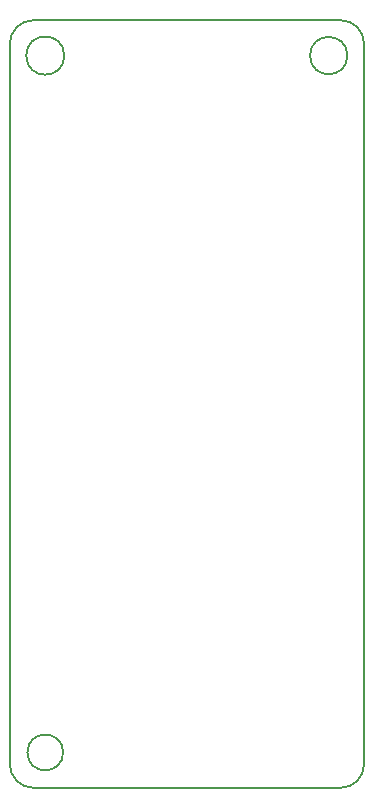
<source format=gbr>
G04 #@! TF.GenerationSoftware,KiCad,Pcbnew,5.0.2+dfsg1-1*
G04 #@! TF.CreationDate,2019-03-28T13:57:09+00:00*
G04 #@! TF.ProjectId,PiZeroInteract,50695a65-726f-4496-9e74-65726163742e,rev?*
G04 #@! TF.SameCoordinates,Original*
G04 #@! TF.FileFunction,Profile,NP*
%FSLAX46Y46*%
G04 Gerber Fmt 4.6, Leading zero omitted, Abs format (unit mm)*
G04 Created by KiCad (PCBNEW 5.0.2+dfsg1-1) date Thu 28 Mar 2019 13:57:09 GMT*
%MOMM*%
%LPD*%
G01*
G04 APERTURE LIST*
%ADD10C,0.150000*%
%ADD11C,0.200000*%
G04 APERTURE END LIST*
D10*
X145000000Y-57000000D02*
X145000000Y-117950000D01*
X117000000Y-55000000D02*
X143050000Y-55000000D01*
X115000000Y-118000000D02*
X115000000Y-57000000D01*
X143000000Y-120000000D02*
X117050000Y-120000000D01*
D11*
X143581139Y-58000000D02*
G75*
G03X143581139Y-58000000I-1581139J0D01*
G01*
X119513275Y-117000000D02*
G75*
G03X119513275Y-117000000I-1513275J0D01*
G01*
X119615549Y-58000000D02*
G75*
G03X119615549Y-58000000I-1615549J0D01*
G01*
D10*
X115000000Y-57000000D02*
G75*
G02X117000000Y-55000000I2000000J0D01*
G01*
X143000000Y-55000000D02*
G75*
G02X145000000Y-57000000I0J-2000000D01*
G01*
X145000000Y-118000000D02*
G75*
G02X143000000Y-120000000I-2000000J0D01*
G01*
X117000000Y-120000000D02*
G75*
G02X115000000Y-118000000I0J2000000D01*
G01*
M02*

</source>
